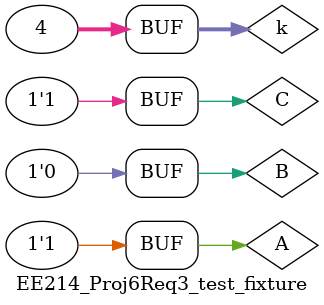
<source format=v>
`timescale 1ns / 1ps


module EE214_Proj6Req3_test_fixture;
reg A, B, C; // Inputs
wire X; // Outputs

// Instantiating the CUT
EE214_Proj6Req3 cut(
    .A(A),
    .B(B),
    .C(C),
    .X(X)
);

integer k = 0;

// Input Stimulus
initial
begin
    A = 0;
    B = 0;
    C = 0;
    
    for(k = 0; k < 4; k=k+1)
    begin
        {A,C} = k;
        #25 B = 1;
        #25 B = 0;
        #25;
    end
    
end
endmodule

</source>
